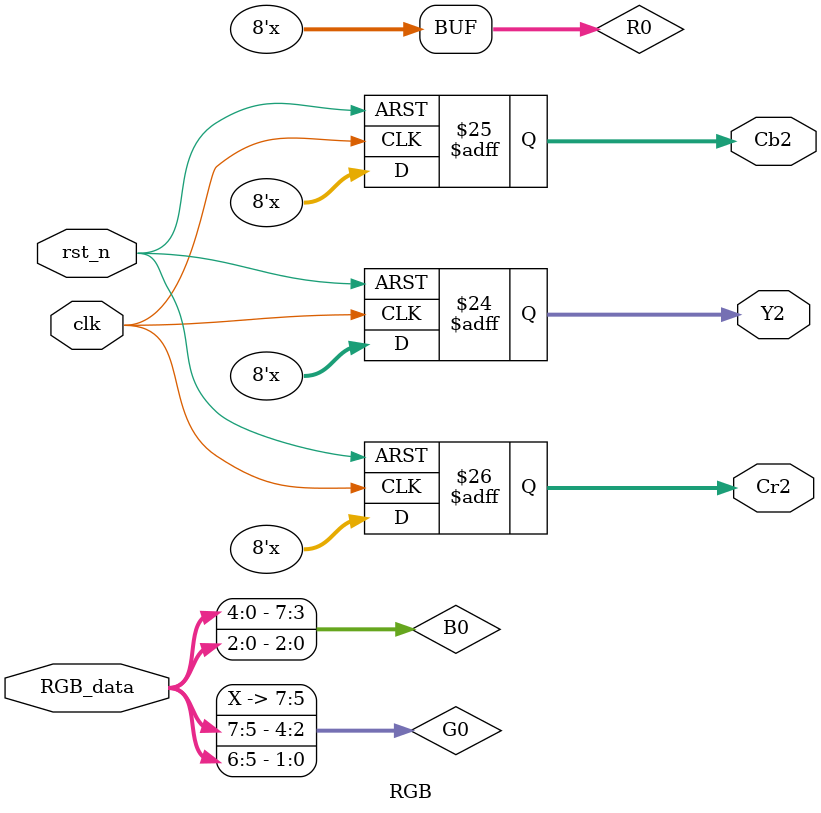
<source format=v>
`timescale 1ns / 1ps
module RGB
       #(parameter Width = 8)(
           input clk, rst_n,
           input [Width -1: 0] RGB_data,//RGB565
           output reg [Width -1: 0] Y2,Cb2,Cr2
       );


//RGB565 转 RGB888
wire [Width -1: 0] R0;
wire [Width -1: 0] G0;
wire [Width -1: 0] B0;
assign R0 = {RGB_data[15:11],RGB_data[13:11]}; //R8
assign G0 = {RGB_data[10: 5],RGB_data[ 6: 5]}; //G8
assign B0 = {RGB_data[ 4: 0],RGB_data[ 2: 0]}; //B8

//RGB888 转 YCbCr
reg [Width -1: 0] R1,G1,B1;
reg [Width -1: 0] R2,G2,B2;
reg [Width -1: 0] R3,G3,B3;
reg [Width -1: 0] Y1,Cb1,Cr1;

always @(posedge clk or negedge rst_n)
begin
    if(!rst_n)
    begin
        {R1,G1,B1} <= {16'd0, 16'd0, 16'd0};
        {R2,G2,B2} <= {16'd0, 16'd0, 16'd0};
        {R3,G3,B3} <= {16'd0, 16'd0, 16'd0};
    end
    else
    begin
        {R1,G1,B1} <= { {R0 * 16'd77},  {G0 * 16'd150}, {B0 * 16'd29 } };
        {R2,G2,B2} <= { {R0 * 16'd43},  {G0 * 16'd85},  {B0 * 16'd128} };
        {R3,G3,B3} <= { {R0 * 16'd128}, {G0 * 16'd107}, {B0 * 16'd21 } };
    end
end

always @(posedge clk or negedge rst_n)
begin
    if(!rst_n)
    begin
        Y1  <= 16'd0;
        Cb1 <= 16'd0;
        Cr1 <= 16'd0;
    end
    else
    begin
        Y1  <= R1 + G1 + B1;
        Cb1 <= B2 - R2 - G2 + 16'd32768; //128扩大256倍
        Cr1 <= R3 - G3 - B3 + 16'd32768; //128扩大256倍
    end
end

always @(posedge clk or negedge rst_n)
begin
    if(!rst_n)
    begin
        Y2  <= 8'd0;
        Cb2 <= 8'd0;
        Cr2 <= 8'd0;
    end
    else
    begin
        Y2  <= Y1[15:8];
        Cb2 <= Cb1[15:8];
        Cr2 <= Cr1[15:8];
    end
end
endmodule
</source>
